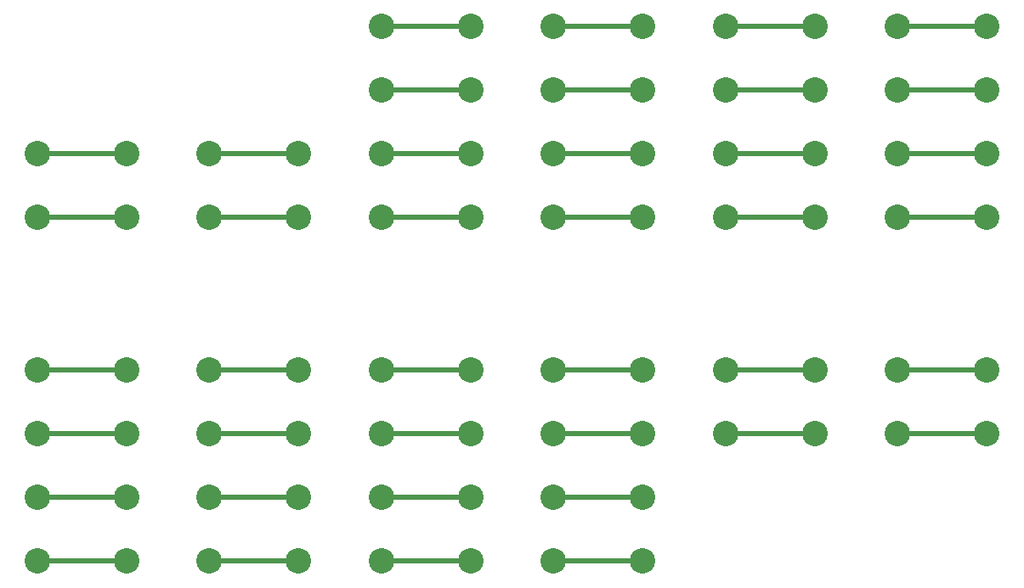
<source format=gbr>
%TF.GenerationSoftware,KiCad,Pcbnew,8.0.6-8.0.6-0~ubuntu24.04.1*%
%TF.CreationDate,2024-10-24T14:27:09-04:00*%
%TF.ProjectId,panel,70616e65-6c2e-46b6-9963-61645f706362,rev?*%
%TF.SameCoordinates,Original*%
%TF.FileFunction,Copper,L1,Top*%
%TF.FilePolarity,Positive*%
%FSLAX46Y46*%
G04 Gerber Fmt 4.6, Leading zero omitted, Abs format (unit mm)*
G04 Created by KiCad (PCBNEW 8.0.6-8.0.6-0~ubuntu24.04.1) date 2024-10-24 14:27:09*
%MOMM*%
%LPD*%
G01*
G04 APERTURE LIST*
%TA.AperFunction,ComponentPad*%
%ADD10C,2.540000*%
%TD*%
%TA.AperFunction,Conductor*%
%ADD11C,0.508000*%
%TD*%
G04 APERTURE END LIST*
D10*
%TO.P,J7,1,Pin_1*%
%TO.N,Net-(J7-Pin_1)*%
X106680000Y-38735000D03*
%TD*%
%TO.P,J6,1,Pin_1*%
%TO.N,Net-(J5-Pin_1)*%
X115570000Y-45085000D03*
%TD*%
%TO.P,J1,1,Pin_1*%
%TO.N,Net-(J1-Pin_1)*%
X106680000Y-57785000D03*
%TD*%
%TO.P,J12,1,Pin_1*%
%TO.N,Net-(J11-Pin_1)*%
X64135000Y-51435000D03*
%TD*%
%TO.P,J5,1,Pin_1*%
%TO.N,Net-(J5-Pin_1)*%
X106680000Y-45085000D03*
%TD*%
%TO.P,J4,1,Pin_1*%
%TO.N,Net-(J3-Pin_1)*%
X115570000Y-51435000D03*
%TD*%
%TO.P,J3,1,Pin_1*%
%TO.N,Net-(J3-Pin_1)*%
X106680000Y-51435000D03*
%TD*%
%TO.P,J7,1,Pin_1*%
%TO.N,Net-(J7-Pin_1)*%
X140970000Y-38735000D03*
%TD*%
%TO.P,J6,1,Pin_1*%
%TO.N,Net-(J5-Pin_1)*%
X149860000Y-45085000D03*
%TD*%
%TO.P,J1,1,Pin_1*%
%TO.N,Net-(J1-Pin_1)*%
X140970000Y-57785000D03*
%TD*%
%TO.P,J5,1,Pin_1*%
%TO.N,Net-(J5-Pin_1)*%
X140970000Y-45085000D03*
%TD*%
%TO.P,J8,1,Pin_1*%
%TO.N,Net-(J7-Pin_1)*%
X115570000Y-38735000D03*
%TD*%
%TO.P,J2,1,Pin_1*%
%TO.N,Net-(J1-Pin_1)*%
X115570000Y-57785000D03*
%TD*%
%TO.P,J11,1,Pin_1*%
%TO.N,Net-(J11-Pin_1)*%
X55245000Y-51435000D03*
%TD*%
%TO.P,J10,1,Pin_1*%
%TO.N,Net-(J10-Pin_1)*%
X64135000Y-57785000D03*
%TD*%
%TO.P,J9,1,Pin_1*%
%TO.N,Net-(J10-Pin_1)*%
X55245000Y-57785000D03*
%TD*%
%TO.P,J12,1,Pin_1*%
%TO.N,Net-(J11-Pin_1)*%
X81280000Y-51435000D03*
%TD*%
%TO.P,J1,1,Pin_1*%
%TO.N,Net-(J1-Pin_1)*%
X89535000Y-57785000D03*
%TD*%
%TO.P,J7,1,Pin_1*%
%TO.N,Net-(J7-Pin_1)*%
X89535000Y-38735000D03*
%TD*%
%TO.P,J6,1,Pin_1*%
%TO.N,Net-(J5-Pin_1)*%
X98425000Y-45085000D03*
%TD*%
%TO.P,J11,1,Pin_1*%
%TO.N,Net-(J11-Pin_1)*%
X72390000Y-51435000D03*
%TD*%
%TO.P,J10,1,Pin_1*%
%TO.N,Net-(J10-Pin_1)*%
X81280000Y-57785000D03*
%TD*%
%TO.P,J4,1,Pin_1*%
%TO.N,Net-(J3-Pin_1)*%
X98425000Y-51435000D03*
%TD*%
%TO.P,J9,1,Pin_1*%
%TO.N,Net-(J10-Pin_1)*%
X72390000Y-57785000D03*
%TD*%
%TO.P,J8,1,Pin_1*%
%TO.N,Net-(J7-Pin_1)*%
X98425000Y-38735000D03*
%TD*%
%TO.P,J2,1,Pin_1*%
%TO.N,Net-(J1-Pin_1)*%
X98425000Y-57785000D03*
%TD*%
%TO.P,J3,1,Pin_1*%
%TO.N,Net-(J3-Pin_1)*%
X89535000Y-51435000D03*
%TD*%
%TO.P,J5,1,Pin_1*%
%TO.N,Net-(J5-Pin_1)*%
X89535000Y-45085000D03*
%TD*%
%TO.P,J4,1,Pin_1*%
%TO.N,Net-(J3-Pin_1)*%
X149860000Y-51435000D03*
%TD*%
%TO.P,J3,1,Pin_1*%
%TO.N,Net-(J3-Pin_1)*%
X140970000Y-51435000D03*
%TD*%
%TO.P,J8,1,Pin_1*%
%TO.N,Net-(J7-Pin_1)*%
X149860000Y-38735000D03*
%TD*%
%TO.P,J2,1,Pin_1*%
%TO.N,Net-(J1-Pin_1)*%
X149860000Y-57785000D03*
%TD*%
%TO.P,J1,1,Pin_1*%
%TO.N,Net-(J1-Pin_1)*%
X123825000Y-57785000D03*
%TD*%
%TO.P,J7,1,Pin_1*%
%TO.N,Net-(J7-Pin_1)*%
X123825000Y-38735000D03*
%TD*%
%TO.P,J6,1,Pin_1*%
%TO.N,Net-(J5-Pin_1)*%
X132715000Y-45085000D03*
%TD*%
%TO.P,J4,1,Pin_1*%
%TO.N,Net-(J3-Pin_1)*%
X132715000Y-51435000D03*
%TD*%
%TO.P,J8,1,Pin_1*%
%TO.N,Net-(J7-Pin_1)*%
X132715000Y-38735000D03*
%TD*%
%TO.P,J2,1,Pin_1*%
%TO.N,Net-(J1-Pin_1)*%
X132715000Y-57785000D03*
%TD*%
%TO.P,J3,1,Pin_1*%
%TO.N,Net-(J3-Pin_1)*%
X123825000Y-51435000D03*
%TD*%
%TO.P,J5,1,Pin_1*%
%TO.N,Net-(J5-Pin_1)*%
X123825000Y-45085000D03*
%TD*%
%TO.P,J7,1,Pin_1*%
%TO.N,Net-(J7-Pin_1)*%
X64135000Y-92075000D03*
%TD*%
%TO.P,J6,1,Pin_1*%
%TO.N,Net-(J5-Pin_1)*%
X55245000Y-85725000D03*
%TD*%
%TO.P,J1,1,Pin_1*%
%TO.N,Net-(J1-Pin_1)*%
X64135000Y-73025000D03*
%TD*%
%TO.P,J5,1,Pin_1*%
%TO.N,Net-(J5-Pin_1)*%
X64135000Y-85725000D03*
%TD*%
%TO.P,J4,1,Pin_1*%
%TO.N,Net-(J3-Pin_1)*%
X55245000Y-79375000D03*
%TD*%
%TO.P,J3,1,Pin_1*%
%TO.N,Net-(J3-Pin_1)*%
X64135000Y-79375000D03*
%TD*%
%TO.P,J8,1,Pin_1*%
%TO.N,Net-(J7-Pin_1)*%
X55245000Y-92075000D03*
%TD*%
%TO.P,J2,1,Pin_1*%
%TO.N,Net-(J1-Pin_1)*%
X55245000Y-73025000D03*
%TD*%
%TO.P,J1,1,Pin_1*%
%TO.N,Net-(J1-Pin_1)*%
X81280000Y-73025000D03*
%TD*%
%TO.P,J7,1,Pin_1*%
%TO.N,Net-(J7-Pin_1)*%
X81280000Y-92075000D03*
%TD*%
%TO.P,J6,1,Pin_1*%
%TO.N,Net-(J5-Pin_1)*%
X72390000Y-85725000D03*
%TD*%
%TO.P,J4,1,Pin_1*%
%TO.N,Net-(J3-Pin_1)*%
X72390000Y-79375000D03*
%TD*%
%TO.P,J8,1,Pin_1*%
%TO.N,Net-(J7-Pin_1)*%
X72390000Y-92075000D03*
%TD*%
%TO.P,J2,1,Pin_1*%
%TO.N,Net-(J1-Pin_1)*%
X72390000Y-73025000D03*
%TD*%
%TO.P,J3,1,Pin_1*%
%TO.N,Net-(J3-Pin_1)*%
X81280000Y-79375000D03*
%TD*%
%TO.P,J5,1,Pin_1*%
%TO.N,Net-(J5-Pin_1)*%
X81280000Y-85725000D03*
%TD*%
%TO.P,J1,1,Pin_1*%
%TO.N,Net-(J1-Pin_1)*%
X98425000Y-73025000D03*
%TD*%
%TO.P,J7,1,Pin_1*%
%TO.N,Net-(J7-Pin_1)*%
X98425000Y-92075000D03*
%TD*%
%TO.P,J6,1,Pin_1*%
%TO.N,Net-(J5-Pin_1)*%
X89535000Y-85725000D03*
%TD*%
%TO.P,J4,1,Pin_1*%
%TO.N,Net-(J3-Pin_1)*%
X89535000Y-79375000D03*
%TD*%
%TO.P,J8,1,Pin_1*%
%TO.N,Net-(J7-Pin_1)*%
X89535000Y-92075000D03*
%TD*%
%TO.P,J2,1,Pin_1*%
%TO.N,Net-(J1-Pin_1)*%
X89535000Y-73025000D03*
%TD*%
%TO.P,J3,1,Pin_1*%
%TO.N,Net-(J3-Pin_1)*%
X98425000Y-79375000D03*
%TD*%
%TO.P,J5,1,Pin_1*%
%TO.N,Net-(J5-Pin_1)*%
X98425000Y-85725000D03*
%TD*%
%TO.P,J12,1,Pin_1*%
%TO.N,Net-(J11-Pin_1)*%
X140970000Y-79375000D03*
%TD*%
%TO.P,J11,1,Pin_1*%
%TO.N,Net-(J11-Pin_1)*%
X149860000Y-79375000D03*
%TD*%
%TO.P,J10,1,Pin_1*%
%TO.N,Net-(J10-Pin_1)*%
X140970000Y-73025000D03*
%TD*%
%TO.P,J9,1,Pin_1*%
%TO.N,Net-(J10-Pin_1)*%
X149860000Y-73025000D03*
%TD*%
%TO.P,J9,1,Pin_1*%
%TO.N,Net-(J10-Pin_1)*%
X132715000Y-73025000D03*
%TD*%
%TO.P,J6,1,Pin_1*%
%TO.N,Net-(J5-Pin_1)*%
X106680000Y-85725000D03*
%TD*%
%TO.P,J11,1,Pin_1*%
%TO.N,Net-(J11-Pin_1)*%
X132715000Y-79375000D03*
%TD*%
%TO.P,J5,1,Pin_1*%
%TO.N,Net-(J5-Pin_1)*%
X115570000Y-85725000D03*
%TD*%
%TO.P,J10,1,Pin_1*%
%TO.N,Net-(J10-Pin_1)*%
X123825000Y-73025000D03*
%TD*%
%TO.P,J7,1,Pin_1*%
%TO.N,Net-(J7-Pin_1)*%
X115570000Y-92075000D03*
%TD*%
%TO.P,J3,1,Pin_1*%
%TO.N,Net-(J3-Pin_1)*%
X115570000Y-79375000D03*
%TD*%
%TO.P,J2,1,Pin_1*%
%TO.N,Net-(J1-Pin_1)*%
X106680000Y-73025000D03*
%TD*%
%TO.P,J12,1,Pin_1*%
%TO.N,Net-(J11-Pin_1)*%
X123825000Y-79375000D03*
%TD*%
%TO.P,J1,1,Pin_1*%
%TO.N,Net-(J1-Pin_1)*%
X115570000Y-73025000D03*
%TD*%
%TO.P,J8,1,Pin_1*%
%TO.N,Net-(J7-Pin_1)*%
X106680000Y-92075000D03*
%TD*%
%TO.P,J4,1,Pin_1*%
%TO.N,Net-(J3-Pin_1)*%
X106680000Y-79375000D03*
%TD*%
D11*
%TO.N,Net-(J10-Pin_1)*%
X64135000Y-57785000D02*
X55245000Y-57785000D01*
%TO.N,Net-(J5-Pin_1)*%
X115570000Y-45085000D02*
X106680000Y-45085000D01*
%TO.N,Net-(J1-Pin_1)*%
X115570000Y-57785000D02*
X106680000Y-57785000D01*
%TO.N,Net-(J3-Pin_1)*%
X115570000Y-51435000D02*
X106680000Y-51435000D01*
%TO.N,Net-(J1-Pin_1)*%
X149860000Y-57785000D02*
X140970000Y-57785000D01*
%TO.N,Net-(J7-Pin_1)*%
X149860000Y-38735000D02*
X140970000Y-38735000D01*
X132715000Y-38735000D02*
X123825000Y-38735000D01*
%TO.N,Net-(J5-Pin_1)*%
X132715000Y-45085000D02*
X123825000Y-45085000D01*
%TO.N,Net-(J10-Pin_1)*%
X81280000Y-57785000D02*
X72390000Y-57785000D01*
%TO.N,Net-(J11-Pin_1)*%
X81280000Y-51435000D02*
X72390000Y-51435000D01*
%TO.N,Net-(J1-Pin_1)*%
X98425000Y-57785000D02*
X89535000Y-57785000D01*
%TO.N,Net-(J5-Pin_1)*%
X98425000Y-45085000D02*
X89535000Y-45085000D01*
%TO.N,Net-(J3-Pin_1)*%
X98425000Y-51435000D02*
X89535000Y-51435000D01*
X149860000Y-51435000D02*
X140970000Y-51435000D01*
%TO.N,Net-(J1-Pin_1)*%
X132715000Y-57785000D02*
X123825000Y-57785000D01*
%TO.N,Net-(J7-Pin_1)*%
X115570000Y-38735000D02*
X106680000Y-38735000D01*
%TO.N,Net-(J3-Pin_1)*%
X132715000Y-51435000D02*
X123825000Y-51435000D01*
%TO.N,Net-(J5-Pin_1)*%
X149860000Y-45085000D02*
X140970000Y-45085000D01*
%TO.N,Net-(J11-Pin_1)*%
X64135000Y-51435000D02*
X55245000Y-51435000D01*
%TO.N,Net-(J7-Pin_1)*%
X98425000Y-38735000D02*
X89535000Y-38735000D01*
%TO.N,Net-(J5-Pin_1)*%
X55245000Y-85725000D02*
X64135000Y-85725000D01*
%TO.N,Net-(J1-Pin_1)*%
X55245000Y-73025000D02*
X64135000Y-73025000D01*
%TO.N,Net-(J3-Pin_1)*%
X55245000Y-79375000D02*
X64135000Y-79375000D01*
%TO.N,Net-(J1-Pin_1)*%
X72390000Y-73025000D02*
X81280000Y-73025000D01*
%TO.N,Net-(J5-Pin_1)*%
X72390000Y-85725000D02*
X81280000Y-85725000D01*
%TO.N,Net-(J3-Pin_1)*%
X72390000Y-79375000D02*
X81280000Y-79375000D01*
%TO.N,Net-(J7-Pin_1)*%
X55245000Y-92075000D02*
X64135000Y-92075000D01*
X72390000Y-92075000D02*
X81280000Y-92075000D01*
%TO.N,Net-(J1-Pin_1)*%
X89535000Y-73025000D02*
X98425000Y-73025000D01*
%TO.N,Net-(J5-Pin_1)*%
X89535000Y-85725000D02*
X98425000Y-85725000D01*
%TO.N,Net-(J3-Pin_1)*%
X89535000Y-79375000D02*
X98425000Y-79375000D01*
%TO.N,Net-(J7-Pin_1)*%
X89535000Y-92075000D02*
X98425000Y-92075000D01*
%TO.N,Net-(J10-Pin_1)*%
X140970000Y-73025000D02*
X149860000Y-73025000D01*
%TO.N,Net-(J11-Pin_1)*%
X140970000Y-79375000D02*
X149860000Y-79375000D01*
%TO.N,Net-(J1-Pin_1)*%
X106680000Y-73025000D02*
X115570000Y-73025000D01*
%TO.N,Net-(J3-Pin_1)*%
X106680000Y-79375000D02*
X115570000Y-79375000D01*
%TO.N,Net-(J5-Pin_1)*%
X106680000Y-85725000D02*
X115570000Y-85725000D01*
%TO.N,Net-(J7-Pin_1)*%
X106680000Y-92075000D02*
X115570000Y-92075000D01*
%TO.N,Net-(J10-Pin_1)*%
X123825000Y-73025000D02*
X132715000Y-73025000D01*
%TO.N,Net-(J11-Pin_1)*%
X123825000Y-79375000D02*
X132715000Y-79375000D01*
%TD*%
M02*

</source>
